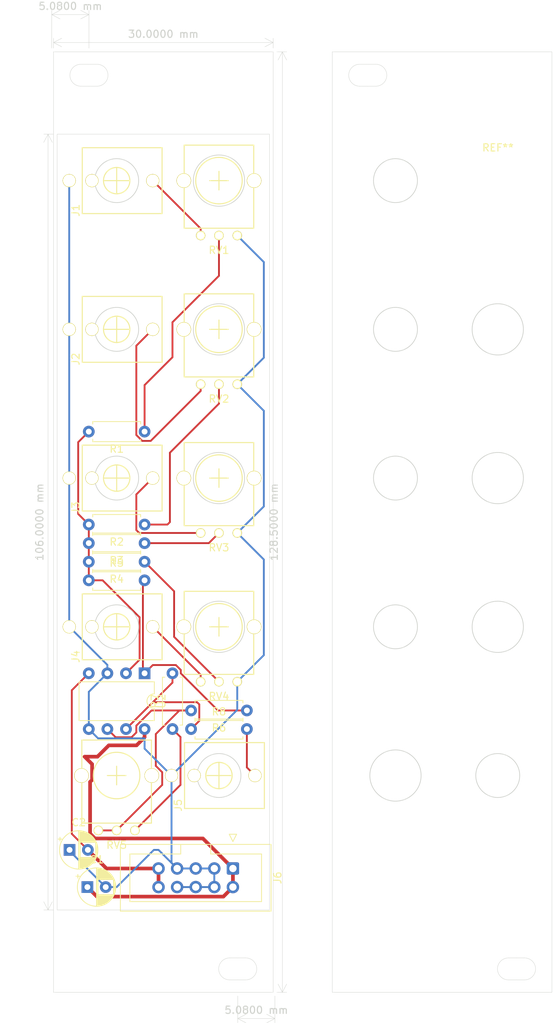
<source format=kicad_pcb>
(kicad_pcb (version 20221018) (generator pcbnew)
  (layers (0 "F.Cu" signal) (31 "B.Cu" signal) (34 "B.Paste" user) (35 "F.Paste" user) (36 "B.SilkS" user "B.Silkscreen") (37 "F.SilkS" user "F.Silkscreen") (38 "B.Mask" user) (39 "F.Mask" user) (44 "Edge.Cuts" user))
  (net 0 "")
  (net 1 "GND")
  (net 2 "Net-(J1-PadT)")
  (net 4 "Net-(J2-PadT)")
  (net 6 "Net-(J3-PadT)")
  (net 8 "Net-(J4-PadT)")
  (net 10 "Net-(J5-PadT)")
  (net 12 "Net-(U2C-V+)")
  (net 13 "Net-(U2C-V-)")
  (net 14 "Net-(R1-Pad1)")
  (net 15 "Net-(U2A--)")
  (net 16 "Net-(R2-Pad1)")
  (net 17 "Net-(R3-Pad1)")
  (net 18 "Net-(R4-Pad1)")
  (net 19 "Net-(R5-Pad2)")
  (net 20 "Net-(U2B--)")
  (net 21 "Net-(R7-Pad1)")
  (net 22 "Net-(R7-Pad2)")
  (footprint "Resistor_THT:R_Axial_DIN0207_L6.3mm_D2.5mm_P7.62mm_Horizontal" (layer "F.Cu") (at 88.9 91.44 180)
    (fp_text reference "R1" (at 3.81 -2.37) (layer "F.SilkS"))
    (fp_text value "100K")
    (pad "1" thru_hole circle (at 0 0 180) (size 1.6 1.6) (drill 0.8) (layers "*.Cu" "*.Mask") (net 14 "Net-(R1-Pad1)"))
    (pad "2" thru_hole oval (at 7.62 0 180) (size 1.6 1.6) (drill 0.8) (layers "*.Cu" "*.Mask") (net 15 "Net-(U2A--)"))
  )
  (footprint "Resistor_THT:R_Axial_DIN0207_L6.3mm_D2.5mm_P7.62mm_Horizontal" (layer "F.Cu") (at 88.9 104.14 180)
    (fp_text reference "R2" (at 3.81 -2.37) (layer "F.SilkS"))
    (fp_text value "100K")
    (pad "1" thru_hole circle (at 0 0 180) (size 1.6 1.6) (drill 0.8) (layers "*.Cu" "*.Mask") (net 16 "Net-(R2-Pad1)"))
    (pad "2" thru_hole oval (at 7.62 0 180) (size 1.6 1.6) (drill 0.8) (layers "*.Cu" "*.Mask") (net 15 "Net-(U2A--)"))
  )
  (footprint "eurocad:Alpha9mmPot" (layer "F.Cu") (at 99.06 97.79)
    (fp_text reference "RV3" (at 0 9.5) (layer "F.SilkS"))
    (fp_text value "10K")
    (pad "" thru_hole circle (at -4.8 0) (size 2 2) (drill 1.8) (layers "*.Cu" "*.Mask" "F.SilkS"))
    (pad "" thru_hole circle (at 4.8 0) (size 2 2) (drill 1.8) (layers "*.Cu" "*.Mask" "F.SilkS"))
    (pad "1" thru_hole circle (at -2.5 7.5) (size 1.3 1.3) (drill 1) (layers "*.Cu" "*.Mask" "F.SilkS") (net 6 "Net-(J3-PadT)"))
    (pad "2" thru_hole circle (at 0 7.5) (size 1.3 1.3) (drill 1) (layers "*.Cu" "*.Mask" "F.SilkS") (net 17 "Net-(R3-Pad1)"))
    (pad "3" thru_hole circle (at 2.5 7.5) (size 1.3 1.3) (drill 1) (layers "*.Cu" "*.Mask" "F.SilkS") (net 1 "GND"))
  )
  (footprint "eurocad:Alpha9mmPot" (layer "F.Cu") (at 99.06 118.11)
    (fp_text reference "RV4" (at 0 9.5) (layer "F.SilkS"))
    (fp_text value "10K")
    (pad "" thru_hole circle (at -4.8 0) (size 2 2) (drill 1.8) (layers "*.Cu" "*.Mask" "F.SilkS"))
    (pad "" thru_hole circle (at 4.8 0) (size 2 2) (drill 1.8) (layers "*.Cu" "*.Mask" "F.SilkS"))
    (pad "1" thru_hole circle (at -2.5 7.5) (size 1.3 1.3) (drill 1) (layers "*.Cu" "*.Mask" "F.SilkS") (net 8 "Net-(J4-PadT)"))
    (pad "2" thru_hole circle (at 0 7.5) (size 1.3 1.3) (drill 1) (layers "*.Cu" "*.Mask" "F.SilkS") (net 18 "Net-(R4-Pad1)"))
    (pad "3" thru_hole circle (at 2.5 7.5) (size 1.3 1.3) (drill 1) (layers "*.Cu" "*.Mask" "F.SilkS") (net 1 "GND"))
  )
  (footprint "Resistor_THT:R_Axial_DIN0207_L6.3mm_D2.5mm_P7.62mm_Horizontal" (layer "F.Cu") (at 95.25 132.08)
    (fp_text reference "R8" (at 3.81 -2.37) (layer "F.SilkS"))
    (fp_text value "1K")
    (pad "1" thru_hole circle (at 0 0) (size 1.6 1.6) (drill 0.8) (layers "*.Cu" "*.Mask") (net 22 "Net-(R7-Pad2)"))
    (pad "2" thru_hole oval (at 7.62 0) (size 1.6 1.6) (drill 0.8) (layers "*.Cu" "*.Mask") (net 10 "Net-(J5-PadT)"))
  )
  (footprint "eurocad:Alpha9mmPot" (layer "F.Cu") (at 99.06 57.15)
    (fp_text reference "RV1" (at 0 9.5) (layer "F.SilkS"))
    (fp_text value "10K")
    (pad "" thru_hole circle (at -4.8 0) (size 2 2) (drill 1.8) (layers "*.Cu" "*.Mask" "F.SilkS"))
    (pad "" thru_hole circle (at 4.8 0) (size 2 2) (drill 1.8) (layers "*.Cu" "*.Mask" "F.SilkS"))
    (pad "1" thru_hole circle (at -2.5 7.5) (size 1.3 1.3) (drill 1) (layers "*.Cu" "*.Mask" "F.SilkS") (net 2 "Net-(J1-PadT)"))
    (pad "2" thru_hole circle (at 0 7.5) (size 1.3 1.3) (drill 1) (layers "*.Cu" "*.Mask" "F.SilkS") (net 14 "Net-(R1-Pad1)"))
    (pad "3" thru_hole circle (at 2.5 7.5) (size 1.3 1.3) (drill 1) (layers "*.Cu" "*.Mask" "F.SilkS") (net 1 "GND"))
  )
  (footprint "Capacitor_THT:CP_Radial_D5.0mm_P2.50mm" (layer "F.Cu") (at 78.653 148.59)
    (fp_text reference "C2" (at 1.25 -3.75) (layer "F.SilkS"))
    (fp_text value "4.7uF")
    (pad "1" thru_hole rect (at 0 0) (size 1.6 1.6) (drill 0.8) (layers "*.Cu" "*.Mask") (net 1 "GND"))
    (pad "2" thru_hole circle (at 2.5 0) (size 1.6 1.6) (drill 0.8) (layers "*.Cu" "*.Mask") (net 13 "Net-(U2C-V-)"))
  )
  (footprint "eurocad:PJ301M-12_T_S" (layer "F.Cu") (at 85.09 57.15 -90)
    (fp_text reference "J1" (at 4.064 5.588 90) (layer "F.SilkS"))
    (fp_text value "AudioJack2_SwitchT")
    (pad "S" thru_hole circle (at 0 6.48 270) (size 1.8 1.8) (drill 1.6) (layers "*.Cu" "*.Mask" "F.SilkS") (net 1 "GND"))
    (pad "T" thru_hole circle (at 0 -4.92 270) (size 1.8 1.8) (drill 1.6) (layers "*.Cu" "*.Mask" "F.SilkS") (net 2 "Net-(J1-PadT)"))
    (pad "TN" thru_hole circle (at 0 3.38 270) (size 1.8 1.8) (drill 1.6) (layers "*.Cu" "*.Mask" "F.SilkS"))
  )
  (footprint "Resistor_THT:R_Axial_DIN0207_L6.3mm_D2.5mm_P7.62mm_Horizontal" (layer "F.Cu") (at 81.28 111.76)
    (fp_text reference "R5" (at 3.81 -2.37) (layer "F.SilkS"))
    (fp_text value "100K")
    (pad "1" thru_hole circle (at 0 0) (size 1.6 1.6) (drill 0.8) (layers "*.Cu" "*.Mask") (net 15 "Net-(U2A--)"))
    (pad "2" thru_hole oval (at 7.62 0) (size 1.6 1.6) (drill 0.8) (layers "*.Cu" "*.Mask") (net 19 "Net-(R5-Pad2)"))
  )
  (footprint "eurocad:PJ301M-12_T_S" (layer "F.Cu") (at 99.06 138.43 -90)
    (fp_text reference "J5" (at 4.064 5.588 90) (layer "F.SilkS"))
    (fp_text value "AudioJack2_SwitchT")
    (pad "S" thru_hole circle (at 0 6.48 270) (size 1.8 1.8) (drill 1.6) (layers "*.Cu" "*.Mask" "F.SilkS") (net 1 "GND"))
    (pad "T" thru_hole circle (at 0 -4.92 270) (size 1.8 1.8) (drill 1.6) (layers "*.Cu" "*.Mask" "F.SilkS") (net 10 "Net-(J5-PadT)"))
    (pad "TN" thru_hole circle (at 0 3.38 270) (size 1.8 1.8) (drill 1.6) (layers "*.Cu" "*.Mask" "F.SilkS"))
  )
  (footprint "eurocad:PJ301M-12_T_S" (layer "F.Cu") (at 85.09 77.47 -90)
    (fp_text reference "J2" (at 4.064 5.588 90) (layer "F.SilkS"))
    (fp_text value "AudioJack2_SwitchT")
    (pad "S" thru_hole circle (at 0 6.48 270) (size 1.8 1.8) (drill 1.6) (layers "*.Cu" "*.Mask" "F.SilkS") (net 1 "GND"))
    (pad "T" thru_hole circle (at 0 -4.92 270) (size 1.8 1.8) (drill 1.6) (layers "*.Cu" "*.Mask" "F.SilkS") (net 4 "Net-(J2-PadT)"))
    (pad "TN" thru_hole circle (at 0 3.38 270) (size 1.8 1.8) (drill 1.6) (layers "*.Cu" "*.Mask" "F.SilkS"))
  )
  (footprint "Resistor_THT:R_Axial_DIN0207_L6.3mm_D2.5mm_P7.62mm_Horizontal" (layer "F.Cu") (at 88.9 109.22 180)
    (fp_text reference "R4" (at 3.81 -2.37) (layer "F.SilkS"))
    (fp_text value "100K")
    (pad "1" thru_hole circle (at 0 0 180) (size 1.6 1.6) (drill 0.8) (layers "*.Cu" "*.Mask") (net 18 "Net-(R4-Pad1)"))
    (pad "2" thru_hole oval (at 7.62 0 180) (size 1.6 1.6) (drill 0.8) (layers "*.Cu" "*.Mask") (net 15 "Net-(U2A--)"))
  )
  (footprint "eurocad:Alpha9mmPot" (layer "F.Cu") (at 99.06 77.47)
    (fp_text reference "RV2" (at 0 9.5) (layer "F.SilkS"))
    (fp_text value "10K")
    (pad "" thru_hole circle (at -4.8 0) (size 2 2) (drill 1.8) (layers "*.Cu" "*.Mask" "F.SilkS"))
    (pad "" thru_hole circle (at 4.8 0) (size 2 2) (drill 1.8) (layers "*.Cu" "*.Mask" "F.SilkS"))
    (pad "1" thru_hole circle (at -2.5 7.5) (size 1.3 1.3) (drill 1) (layers "*.Cu" "*.Mask" "F.SilkS") (net 4 "Net-(J2-PadT)"))
    (pad "2" thru_hole circle (at 0 7.5) (size 1.3 1.3) (drill 1) (layers "*.Cu" "*.Mask" "F.SilkS") (net 16 "Net-(R2-Pad1)"))
    (pad "3" thru_hole circle (at 2.5 7.5) (size 1.3 1.3) (drill 1) (layers "*.Cu" "*.Mask" "F.SilkS") (net 1 "GND"))
  )
  (footprint "Resistor_THT:R_Axial_DIN0207_L6.3mm_D2.5mm_P7.62mm_Horizontal" (layer "F.Cu") (at 92.71 132.08 90)
    (fp_text reference "R7" (at 3.81 -2.37 90) (layer "F.SilkS"))
    (fp_text value "4.7K")
    (pad "1" thru_hole circle (at 0 0 90) (size 1.6 1.6) (drill 0.8) (layers "*.Cu" "*.Mask") (net 21 "Net-(R7-Pad1)"))
    (pad "2" thru_hole oval (at 7.62 0 90) (size 1.6 1.6) (drill 0.8) (layers "*.Cu" "*.Mask") (net 22 "Net-(R7-Pad2)"))
  )
  (footprint "Resistor_THT:R_Axial_DIN0207_L6.3mm_D2.5mm_P7.62mm_Horizontal" (layer "F.Cu") (at 88.9 106.68 180)
    (fp_text reference "R3" (at 3.81 -2.37) (layer "F.SilkS"))
    (fp_text value "100K")
    (pad "1" thru_hole circle (at 0 0 180) (size 1.6 1.6) (drill 0.8) (layers "*.Cu" "*.Mask") (net 17 "Net-(R3-Pad1)"))
    (pad "2" thru_hole oval (at 7.62 0 180) (size 1.6 1.6) (drill 0.8) (layers "*.Cu" "*.Mask") (net 15 "Net-(U2A--)"))
  )
  (footprint "eurocad:Alpha9mmPot" (layer "F.Cu") (at 85.082966 138.43)
    (fp_text reference "RV5" (at 0 9.5) (layer "F.SilkS"))
    (fp_text value "100K")
    (pad "" thru_hole circle (at -4.8 0) (size 2 2) (drill 1.8) (layers "*.Cu" "*.Mask" "F.SilkS"))
    (pad "" thru_hole circle (at 4.8 0) (size 2 2) (drill 1.8) (layers "*.Cu" "*.Mask" "F.SilkS"))
    (pad "1" thru_hole circle (at -2.5 7.5) (size 1.3 1.3) (drill 1) (layers "*.Cu" "*.Mask" "F.SilkS") (net 20 "Net-(U2B--)"))
    (pad "2" thru_hole circle (at 0 7.5) (size 1.3 1.3) (drill 1) (layers "*.Cu" "*.Mask" "F.SilkS") (net 20 "Net-(U2B--)"))
    (pad "3" thru_hole circle (at 2.5 7.5) (size 1.3 1.3) (drill 1) (layers "*.Cu" "*.Mask" "F.SilkS") (net 21 "Net-(R7-Pad1)"))
  )
  (footprint "Connector_IDC:IDC-Header_2x05_P2.54mm_Vertical" (layer "F.Cu") (at 100.965 151.13 -90)
    (fp_text reference "J6" (at 1.27 -6.1 90) (layer "F.SilkS"))
    (fp_text value "EURO_PWR_2x5")
    (pad "1" thru_hole roundrect (at 0 0 270) (size 1.7 1.7) (drill 1) (layers "*.Cu" "*.Mask") (roundrect_rratio 0.1470588235) (net 12 "Net-(U2C-V+)"))
    (pad "2" thru_hole circle (at 2.54 0 270) (size 1.7 1.7) (drill 1) (layers "*.Cu" "*.Mask") (net 12 "Net-(U2C-V+)"))
    (pad "3" thru_hole circle (at 0 2.54 270) (size 1.7 1.7) (drill 1) (layers "*.Cu" "*.Mask") (net 1 "GND"))
    (pad "4" thru_hole circle (at 2.54 2.54 270) (size 1.7 1.7) (drill 1) (layers "*.Cu" "*.Mask") (net 1 "GND"))
    (pad "5" thru_hole circle (at 0 5.08 270) (size 1.7 1.7) (drill 1) (layers "*.Cu" "*.Mask") (net 1 "GND"))
    (pad "6" thru_hole circle (at 2.54 5.08 270) (size 1.7 1.7) (drill 1) (layers "*.Cu" "*.Mask") (net 1 "GND"))
    (pad "7" thru_hole circle (at 0 7.62 270) (size 1.7 1.7) (drill 1) (layers "*.Cu" "*.Mask") (net 1 "GND"))
    (pad "8" thru_hole circle (at 2.54 7.62 270) (size 1.7 1.7) (drill 1) (layers "*.Cu" "*.Mask") (net 1 "GND"))
    (pad "9" thru_hole circle (at 0 10.16 270) (size 1.7 1.7) (drill 1) (layers "*.Cu" "*.Mask") (net 13 "Net-(U2C-V-)"))
    (pad "10" thru_hole circle (at 2.54 10.16 270) (size 1.7 1.7) (drill 1) (layers "*.Cu" "*.Mask") (net 13 "Net-(U2C-V-)"))
  )
  (footprint "MountingHole:MountingHole_3.5mm" (layer "F.Cu") (at 137.16 57.15)
    (fp_text reference "REF**" (at 0 -4.5) (layer "F.SilkS"))
    (fp_text value "IN 1")
    (pad "" np_thru_hole circle (at 0 0) (size 3.5 3.5) (drill 3.5) (layers "F&B.Cu" "*.Mask"))
  )
  (footprint "Capacitor_THT:CP_Radial_D5.0mm_P2.50mm" (layer "F.Cu") (at 81.090888 153.67)
    (fp_text reference "C1" (at 1.25 -3.75) (layer "F.SilkS"))
    (fp_text value "4.7uF")
    (pad "1" thru_hole rect (at 0 0) (size 1.6 1.6) (drill 0.8) (layers "*.Cu" "*.Mask") (net 12 "Net-(U2C-V+)"))
    (pad "2" thru_hole circle (at 2.5 0) (size 1.6 1.6) (drill 0.8) (layers "*.Cu" "*.Mask") (net 1 "GND"))
  )
  (footprint "eurocad:PJ301M-12_T_S" (layer "F.Cu") (at 85.09 97.79 -90)
    (fp_text reference "J3" (at 4.064 5.588 90) (layer "F.SilkS"))
    (fp_text value "AudioJack2_SwitchT")
    (pad "S" thru_hole circle (at 0 6.48 270) (size 1.8 1.8) (drill 1.6) (layers "*.Cu" "*.Mask" "F.SilkS") (net 1 "GND"))
    (pad "T" thru_hole circle (at 0 -4.92 270) (size 1.8 1.8) (drill 1.6) (layers "*.Cu" "*.Mask" "F.SilkS") (net 6 "Net-(J3-PadT)"))
    (pad "TN" thru_hole circle (at 0 3.38 270) (size 1.8 1.8) (drill 1.6) (layers "*.Cu" "*.Mask" "F.SilkS"))
  )
  (footprint "Resistor_THT:R_Axial_DIN0207_L6.3mm_D2.5mm_P7.62mm_Horizontal" (layer "F.Cu") (at 102.87 129.54 180)
    (fp_text reference "R6" (at 3.81 -2.37) (layer "F.SilkS"))
    (fp_text value "22K")
    (pad "1" thru_hole circle (at 0 0 180) (size 1.6 1.6) (drill 0.8) (layers "*.Cu" "*.Mask") (net 19 "Net-(R5-Pad2)"))
    (pad "2" thru_hole oval (at 7.62 0 180) (size 1.6 1.6) (drill 0.8) (layers "*.Cu" "*.Mask") (net 20 "Net-(U2B--)"))
  )
  (footprint "eurocad:PJ301M-12_T_S" (layer "F.Cu") (at 85.09 118.11 -90)
    (fp_text reference "J4" (at 4.064 5.588 90) (layer "F.SilkS"))
    (fp_text value "AudioJack2_SwitchT")
    (pad "S" thru_hole circle (at 0 6.48 270) (size 1.8 1.8) (drill 1.6) (layers "*.Cu" "*.Mask" "F.SilkS") (net 1 "GND"))
    (pad "T" thru_hole circle (at 0 -4.92 270) (size 1.8 1.8) (drill 1.6) (layers "*.Cu" "*.Mask" "F.SilkS") (net 8 "Net-(J4-PadT)"))
    (pad "TN" thru_hole circle (at 0 3.38 270) (size 1.8 1.8) (drill 1.6) (layers "*.Cu" "*.Mask" "F.SilkS"))
  )
  (footprint "Package_DIP:DIP-8_W7.62mm" (layer "F.Cu") (at 88.9 124.46 -90)
    (fp_text reference "U2" (at 3.81 -2.33 90) (layer "F.SilkS"))
    (fp_text value "TL072")
    (pad "1" thru_hole rect (at 0 0 270) (size 1.6 1.6) (drill 0.8) (layers "*.Cu" "*.Mask") (net 19 "Net-(R5-Pad2)"))
    (pad "2" thru_hole oval (at 0 2.54 270) (size 1.6 1.6) (drill 0.8) (layers "*.Cu" "*.Mask") (net 15 "Net-(U2A--)"))
    (pad "3" thru_hole oval (at 0 5.08 270) (size 1.6 1.6) (drill 0.8) (layers "*.Cu" "*.Mask") (net 1 "GND"))
    (pad "4" thru_hole oval (at 0 7.62 270) (size 1.6 1.6) (drill 0.8) (layers "*.Cu" "*.Mask") (net 13 "Net-(U2C-V-)"))
    (pad "5" thru_hole oval (at 7.62 7.62 270) (size 1.6 1.6) (drill 0.8) (layers "*.Cu" "*.Mask") (net 1 "GND"))
    (pad "6" thru_hole oval (at 7.62 5.08 270) (size 1.6 1.6) (drill 0.8) (layers "*.Cu" "*.Mask") (net 20 "Net-(U2B--)"))
    (pad "7" thru_hole oval (at 7.62 2.54 270) (size 1.6 1.6) (drill 0.8) (layers "*.Cu" "*.Mask") (net 22 "Net-(R7-Pad2)"))
    (pad "8" thru_hole oval (at 7.62 0 270) (size 1.6 1.6) (drill 0.8) (layers "*.Cu" "*.Mask") (net 12 "Net-(U2C-V+)"))
  )
  (gr_circle (center 123.168 138.43) (end 126.668 138.43) (stroke (width 0.1)) (fill none) (layer "Edge.Cuts"))
  (gr_line (start 118.28 44.25) (end 119.38 44.25) (stroke (width 0.05)) (layer "Edge.Cuts"))
  (gr_circle (center 85.09 77.47) (end 88.09 77.47) (stroke (width 0.1)) (fill none) (layer "Edge.Cuts"))
  (gr_rect (start 76.462 39.55) (end 106.462 168.05) (stroke (width 0.05)) (fill none) (layer "Edge.Cuts"))
  (gr_arc (start 102.722 163.35) (mid 104.222 164.85) (end 102.722 166.35) (stroke (width 0.05)) (layer "Edge.Cuts"))
  (gr_circle (center 99.06 57.15) (end 102.56 57.15) (stroke (width 0.1)) (fill none) (layer "Edge.Cuts"))
  (gr_arc (start 82.402 41.25) (mid 83.902 42.75) (end 82.402 44.25) (stroke (width 0.05)) (layer "Edge.Cuts"))
  (gr_rect (start 114.54 39.55) (end 144.54 168.05) (stroke (width 0.05)) (fill none) (layer "Edge.Cuts"))
  (gr_line (start 100.522 163.35) (end 101.622 163.35) (stroke (width 0.05)) (layer "Edge.Cuts"))
  (gr_line (start 102.722 166.35) (end 101.622 166.35) (stroke (width 0.05)) (layer "Edge.Cuts"))
  (gr_line (start 138.6 163.35) (end 139.7 163.35) (stroke (width 0.05)) (layer "Edge.Cuts"))
  (gr_arc (start 80.202 44.25) (mid 78.702 42.75) (end 80.202 41.25) (stroke (width 0.05)) (layer "Edge.Cuts"))
  (gr_arc (start 140.8 163.35) (mid 142.3 164.85) (end 140.8 166.35) (stroke (width 0.05)) (layer "Edge.Cuts"))
  (gr_line (start 140.8 163.35) (end 139.7 163.35) (stroke (width 0.05)) (layer "Edge.Cuts"))
  (gr_rect (start 76.962 50.8) (end 105.962 156.8) (stroke (width 0.05)) (fill none) (layer "Edge.Cuts"))
  (gr_circle (center 123.168 77.47) (end 126.168 77.47) (stroke (width 0.1)) (fill none) (layer "Edge.Cuts"))
  (gr_line (start 102.722 163.35) (end 101.622 163.35) (stroke (width 0.05)) (layer "Edge.Cuts"))
  (gr_circle (center 137.138 118.11) (end 140.638 118.11) (stroke (width 0.1)) (fill none) (layer "Edge.Cuts"))
  (gr_line (start 80.202 44.25) (end 81.302 44.25) (stroke (width 0.05)) (layer "Edge.Cuts"))
  (gr_circle (center 99.06 138.43) (end 102.06 138.43) (stroke (width 0.1)) (fill none) (layer "Edge.Cuts"))
  (gr_circle (center 85.09 57.15) (end 88.09 57.15) (stroke (width 0.1)) (fill none) (layer "Edge.Cuts"))
  (gr_circle (center 137.138 77.47) (end 140.638 77.47) (stroke (width 0.1)) (fill none) (layer "Edge.Cuts"))
  (gr_arc (start 138.6 166.35) (mid 137.1 164.85) (end 138.6 163.35) (stroke (width 0.05)) (layer "Edge.Cuts"))
  (gr_line (start 82.402 41.25) (end 81.302 41.25) (stroke (width 0.05)) (layer "Edge.Cuts"))
  (gr_circle (center 85.09 97.79) (end 88.09 97.79) (stroke (width 0.1)) (fill none) (layer "Edge.Cuts"))
  (gr_line (start 120.48 41.25) (end 119.38 41.25) (stroke (width 0.05)) (layer "Edge.Cuts"))
  (gr_circle (center 123.168 57.15) (end 126.168 57.15) (stroke (width 0.1)) (fill none) (layer "Edge.Cuts"))
  (gr_line (start 80.202 41.25) (end 81.302 41.25) (stroke (width 0.05)) (layer "Edge.Cuts"))
  (gr_arc (start 120.48 41.25) (mid 121.98 42.75) (end 120.48 44.25) (stroke (width 0.05)) (layer "Edge.Cuts"))
  (gr_arc (start 100.522 166.35) (mid 99.022 164.85) (end 100.522 163.35) (stroke (width 0.05)) (layer "Edge.Cuts"))
  (gr_line (start 120.48 44.25) (end 119.38 44.25) (stroke (width 0.05)) (layer "Edge.Cuts"))
  (gr_line (start 100.522 166.35) (end 101.622 166.35) (stroke (width 0.05)) (layer "Edge.Cuts"))
  (gr_line (start 118.28 41.25) (end 119.38 41.25) (stroke (width 0.05)) (layer "Edge.Cuts"))
  (gr_circle (center 137.138 97.79) (end 140.638 97.79) (stroke (width 0.1)) (fill none) (layer "Edge.Cuts"))
  (gr_circle (center 137.138 138.43) (end 140.138 138.43) (stroke (width 0.1)) (fill none) (layer "Edge.Cuts"))
  (gr_circle (center 99.06 97.79) (end 102.56 97.79) (stroke (width 0.1)) (fill none) (layer "Edge.Cuts"))
  (gr_circle (center 123.168 97.79) (end 126.168 97.79) (stroke (width 0.1)) (fill none) (layer "Edge.Cuts"))
  (gr_circle (center 85.09 118.11) (end 88.09 118.11) (stroke (width 0.1)) (fill none) (layer "Edge.Cuts"))
  (gr_circle (center 99.06 118.11) (end 102.56 118.11) (stroke (width 0.1)) (fill none) (layer "Edge.Cuts"))
  (gr_arc (start 118.28 44.25) (mid 116.78 42.75) (end 118.28 41.25) (stroke (width 0.05)) (layer "Edge.Cuts"))
  (gr_circle (center 123.168 118.11) (end 126.168 118.11) (stroke (width 0.1)) (fill none) (layer "Edge.Cuts"))
  (gr_line (start 82.402 44.25) (end 81.302 44.25) (stroke (width 0.05)) (layer "Edge.Cuts"))
  (gr_line (start 140.8 166.35) (end 139.7 166.35) (stroke (width 0.05)) (layer "Edge.Cuts"))
  (gr_line (start 138.6 166.35) (end 139.7 166.35) (stroke (width 0.05)) (layer "Edge.Cuts"))
  (gr_circle (center 99.06 77.47) (end 102.56 77.47) (stroke (width 0.1)) (fill none) (layer "Edge.Cuts"))
  (dimension (type aligned) (layer "Edge.Cuts") (pts (xy 106.462 39.55) (xy 106.462 168.05)) (height -1.256) (gr_text "128.5000 mm" (at 106.568 103.8 90) (layer "Edge.Cuts") (effects (font (size 1 1) (thickness 0.15)))) (format (prefix "") (suffix "") (units 3) (units_format 1) (precision 4)) (style (thickness 0.05) (arrow_length 1.27) (text_position_mode 0) (extension_height 0.58642) (extension_offset 0.5) keep_text_aligned))
  (dimension (type aligned) (layer "Edge.Cuts") (pts (xy 76.462 39.55) (xy 106.462 39.55)) (height -1.27) (gr_text "30.0000 mm" (at 91.462 37.13) (layer "Edge.Cuts") (effects (font (size 1 1) (thickness 0.15)))) (format (prefix "") (suffix "") (units 3) (units_format 1) (precision 4)) (style (thickness 0.05) (arrow_length 1.27) (text_position_mode 0) (extension_height 0.58642) (extension_offset 0.5) keep_text_aligned))
  (dimension (type aligned) (layer "Edge.Cuts") (pts (xy 76.222 39.55) (xy 81.302 39.55)) (height -5.08) (gr_text "5.0800 mm" (at 78.762 33.32) (layer "Edge.Cuts") (effects (font (size 1 1) (thickness 0.15)))) (format (prefix "") (suffix "") (units 3) (units_format 1) (precision 4)) (style (thickness 0.05) (arrow_length 1.27) (text_position_mode 0) (extension_height 0.58642) (extension_offset 0.5) keep_text_aligned))
  (dimension (type aligned) (layer "Edge.Cuts") (pts (xy 106.702 168.05) (xy 101.622 168.05)) (height -3.58) (gr_text "5.0800 mm" (at 104.162 170.48) (layer "Edge.Cuts") (effects (font (size 1 1) (thickness 0.15)))) (format (prefix "") (suffix "") (units 3) (units_format 1) (precision 4)) (style (thickness 0.05) (arrow_length 1.27) (text_position_mode 0) (extension_height 0.58642) (extension_offset 0.5) keep_text_aligned))
  (dimension (type aligned) (layer "Edge.Cuts") (pts (xy 76.962 156.8) (xy 76.962 50.8)) (height -1.248) (gr_text "106.0000 mm" (at 74.564 103.8 90) (layer "Edge.Cuts") (effects (font (size 1 1) (thickness 0.15)))) (format (prefix "") (suffix "") (units 3) (units_format 1) (precision 4)) (style (thickness 0.05) (arrow_length 1.27) (text_position_mode 0) (extension_height 0.58642) (extension_offset 0.5) keep_text_aligned))
  (segment (start 81.28 127) (end 83.82 124.46) (width 0.25) (layer "B.Cu") (net 1))
  (segment (start 88.9 134.75) (end 92.58 138.43) (width 0.25) (layer "B.Cu") (net 1))
  (segment (start 78.653 148.59) (end 78.653 148.732112) (width 0.25) (layer "B.Cu") (net 1))
  (segment (start 95.885 153.67) (end 93.345 153.67) (width 0.25) (layer "B.Cu") (net 1))
  (segment (start 81.28 132.08) (end 81.28 127) (width 0.25) (layer "B.Cu") (net 1))
  (segment (start 101.56 105.29) (end 105.185 108.915) (width 0.25) (layer "B.Cu") (net 1))
  (segment (start 101.56 64.65) (end 105.185 68.275) (width 0.25) (layer "B.Cu") (net 1))
  (segment (start 101.56 84.97) (end 105.185 88.595) (width 0.25) (layer "B.Cu") (net 1))
  (segment (start 78.61 77.47) (end 78.61 57.15) (width 0.25) (layer "B.Cu") (net 1))
  (segment (start 90.17 148.59) (end 90.805 148.59) (width 0.25) (layer "B.Cu") (net 1))
  (segment (start 81.28 132.08) (end 82.55 133.35) (width 0.25) (layer "B.Cu") (net 1))
  (segment (start 78.653 148.732112) (end 83.590888 153.67) (width 0.25) (layer "B.Cu") (net 1))
  (segment (start 93.345 151.13) (end 95.885 151.13) (width 0.25) (layer "B.Cu") (net 1))
  (segment (start 92.58 138.43) (end 92.58 150.365) (width 0.25) (layer "B.Cu") (net 1))
  (segment (start 78.61 97.79) (end 78.61 77.47) (width 0.25) (layer "B.Cu") (net 1))
  (segment (start 78.61 118.11) (end 78.61 97.79) (width 0.25) (layer "B.Cu") (net 1))
  (segment (start 92.58 150.365) (end 93.345 151.13) (width 0.25) (layer "B.Cu") (net 1))
  (segment (start 101.56 129.45) (end 101.56 125.61) (width 0.25) (layer "B.Cu") (net 1))
  (segment (start 90.805 148.59) (end 93.345 151.13) (width 0.25) (layer "B.Cu") (net 1))
  (segment (start 105.185 101.665) (end 101.56 105.29) (width 0.25) (layer "B.Cu") (net 1))
  (segment (start 83.82 124.46) (end 83.82 123.32) (width 0.25) (layer "B.Cu") (net 1))
  (segment (start 83.82 123.32) (end 78.61 118.11) (width 0.25) (layer "B.Cu") (net 1))
  (segment (start 105.185 121.985) (end 101.56 125.61) (width 0.25) (layer "B.Cu") (net 1))
  (segment (start 105.185 68.275) (end 105.185 81.345) (width 0.25) (layer "B.Cu") (net 1))
  (segment (start 98.425 151.13) (end 98.425 153.67) (width 0.25) (layer "B.Cu") (net 1))
  (segment (start 85.09 153.67) (end 90.17 148.59) (width 0.25) (layer "B.Cu") (net 1))
  (segment (start 82.55 133.35) (end 88.9 133.35) (width 0.25) (layer "B.Cu") (net 1))
  (segment (start 88.9 133.35) (end 88.9 134.75) (width 0.25) (layer "B.Cu") (net 1))
  (segment (start 92.58 138.43) (end 101.56 129.45) (width 0.25) (layer "B.Cu") (net 1))
  (segment (start 95.885 151.13) (end 98.425 151.13) (width 0.25) (layer "B.Cu") (net 1))
  (segment (start 105.185 108.915) (end 105.185 121.985) (width 0.25) (layer "B.Cu") (net 1))
  (segment (start 98.425 153.67) (end 95.885 153.67) (width 0.25) (layer "B.Cu") (net 1))
  (segment (start 105.185 88.595) (end 105.185 101.665) (width 0.25) (layer "B.Cu") (net 1))
  (segment (start 105.185 81.345) (end 101.56 84.97) (width 0.25) (layer "B.Cu") (net 1))
  (segment (start 83.590888 153.67) (end 85.09 153.67) (width 0.25) (layer "B.Cu") (net 1))
  (segment (start 96.56 63.7) (end 96.56 64.65) (width 0.25) (layer "F.Cu") (net 2))
  (segment (start 90.01 57.15) (end 96.56 63.7) (width 0.25) (layer "F.Cu") (net 2))
  (segment (start 96.56 85.889238) (end 96.56 84.97) (width 0.25) (layer "F.Cu") (net 4))
  (segment (start 89.739238 92.71) (end 96.56 85.889238) (width 0.25) (layer "F.Cu") (net 4))
  (segment (start 90.01 77.47) (end 87.775 79.705) (width 0.25) (layer "F.Cu") (net 4))
  (segment (start 87.775 79.705) (end 87.775 91.905991) (width 0.25) (layer "F.Cu") (net 4))
  (segment (start 88.579009 92.71) (end 89.739238 92.71) (width 0.25) (layer "F.Cu") (net 4))
  (segment (start 87.775 91.905991) (end 88.579009 92.71) (width 0.25) (layer "F.Cu") (net 4))
  (segment (start 88.169009 105.29) (end 96.56 105.29) (width 0.25) (layer "F.Cu") (net 6))
  (segment (start 87.775 104.895991) (end 88.169009 105.29) (width 0.25) (layer "F.Cu") (net 6))
  (segment (start 87.775 100.025) (end 87.775 104.895991) (width 0.25) (layer "F.Cu") (net 6))
  (segment (start 90.01 97.79) (end 87.775 100.025) (width 0.25) (layer "F.Cu") (net 6))
  (segment (start 96.56 125.61) (end 96.56 124.66) (width 0.25) (layer "F.Cu") (net 8))
  (segment (start 96.56 124.66) (end 90.01 118.11) (width 0.25) (layer "F.Cu") (net 8))
  (segment (start 102.87 137.32) (end 103.98 138.43) (width 0.25) (layer "F.Cu") (net 10))
  (segment (start 102.87 132.08) (end 102.87 137.32) (width 0.25) (layer "F.Cu") (net 10))
  (segment (start 81.090888 153.67) (end 82.390888 154.97) (width 0.5) (layer "F.Cu") (net 12))
  (segment (start 82.127331 147.03) (end 81.459062 146.361731) (width 0.5) (layer "F.Cu") (net 12))
  (segment (start 100.965 151.13) (end 100.965 153.67) (width 0.5) (layer "F.Cu") (net 12))
  (segment (start 96.865 147.03) (end 82.127331 147.03) (width 0.5) (layer "F.Cu") (net 12))
  (segment (start 87.802875 134.308495) (end 88.9 133.21137) (width 0.5) (layer "F.Cu") (net 12))
  (segment (start 81.459062 146.361731) (end 81.459062 139.304514) (width 0.5) (layer "F.Cu") (net 12))
  (segment (start 82.390888 154.97) (end 99.665 154.97) (width 0.5) (layer "F.Cu") (net 12))
  (segment (start 99.665 154.97) (end 100.965 153.67) (width 0.5) (layer "F.Cu") (net 12))
  (segment (start 82.467013 135.853377) (end 84.011895 134.308495) (width 0.5) (layer "F.Cu") (net 12))
  (segment (start 88.9 133.21137) (end 88.9 132.08) (width 0.5) (layer "F.Cu") (net 12))
  (segment (start 81.732966 139.03061) (end 81.732966 136.874876) (width 0.5) (layer "F.Cu") (net 12))
  (segment (start 81.732966 136.874876) (end 80.711467 135.853377) (width 0.5) (layer "F.Cu") (net 12))
  (segment (start 100.965 151.13) (end 96.865 147.03) (width 0.5) (layer "F.Cu") (net 12))
  (segment (start 88.9 132.08) (end 89.020159 131.959841) (width 0.25) (layer "F.Cu") (net 12))
  (segment (start 84.011895 134.308495) (end 87.802875 134.308495) (width 0.5) (layer "F.Cu") (net 12))
  (segment (start 80.711467 135.853377) (end 82.467013 135.853377) (width 0.5) (layer "F.Cu") (net 12))
  (segment (start 81.459062 139.304514) (end 81.732966 139.03061) (width 0.5) (layer "F.Cu") (net 12))
  (segment (start 89.020159 131.959841) (end 89.020159 131.88425) (width 0.25) (layer "F.Cu") (net 12))
  (segment (start 90.805 151.13) (end 83.693 151.13) (width 0.5) (layer "F.Cu") (net 13))
  (segment (start 90.805 151.13) (end 90.805 153.67) (width 0.5) (layer "F.Cu") (net 13))
  (segment (start 81.28 124.46) (end 78.957966 126.782034) (width 0.25) (layer "F.Cu") (net 13))
  (segment (start 78.957966 146.394966) (end 81.153 148.59) (width 0.25) (layer "F.Cu") (net 13))
  (segment (start 83.693 151.13) (end 81.153 148.59) (width 0.5) (layer "F.Cu") (net 13))
  (segment (start 78.957966 126.782034) (end 78.957966 146.394966) (width 0.25) (layer "F.Cu") (net 13))
  (segment (start 92.71 76.502412) (end 92.71 81.28) (width 0.25) (layer "F.Cu") (net 14))
  (segment (start 88.9 85.09) (end 88.9 91.44) (width 0.25) (layer "F.Cu") (net 14))
  (segment (start 99.06 70.152412) (end 92.71 76.502412) (width 0.25) (layer "F.Cu") (net 14))
  (segment (start 92.71 81.28) (end 88.9 85.09) (width 0.25) (layer "F.Cu") (net 14))
  (segment (start 99.06 64.65) (end 99.06 70.152412) (width 0.25) (layer "F.Cu") (net 14))
  (segment (start 79.835 102.695) (end 81.28 104.14) (width 0.25) (layer "F.Cu") (net 15))
  (segment (start 83.16852 111.76) (end 88.220769 116.812249) (width 0.25) (layer "F.Cu") (net 15))
  (segment (start 88.220769 116.812249) (end 88.220769 122.599231) (width 0.25) (layer "F.Cu") (net 15))
  (segment (start 88.220769 122.599231) (end 86.36 124.46) (width 0.25) (layer "F.Cu") (net 15))
  (segment (start 81.28 109.22) (end 81.28 111.76) (width 0.25) (layer "F.Cu") (net 15))
  (segment (start 81.28 106.68) (end 81.28 109.22) (width 0.25) (layer "F.Cu") (net 15))
  (segment (start 79.835 92.885) (end 79.835 102.695) (width 0.25) (layer "F.Cu") (net 15))
  (segment (start 81.28 111.76) (end 83.16852 111.76) (width 0.25) (layer "F.Cu") (net 15))
  (segment (start 81.28 91.44) (end 79.835 92.885) (width 0.25) (layer "F.Cu") (net 15))
  (segment (start 81.28 104.14) (end 81.28 106.68) (width 0.25) (layer "F.Cu") (net 15))
  (segment (start 99.06 87.622474) (end 92.358885 94.323589) (width 0.25) (layer "F.Cu") (net 16))
  (segment (start 92.358885 103.803185) (end 92.02207 104.14) (width 0.25) (layer "F.Cu") (net 16))
  (segment (start 92.358885 94.323589) (end 92.358885 103.803185) (width 0.25) (layer "F.Cu") (net 16))
  (segment (start 99.06 84.97) (end 99.06 87.622474) (width 0.25) (layer "F.Cu") (net 16))
  (segment (start 92.02207 104.14) (end 88.9 104.14) (width 0.25) (layer "F.Cu") (net 16))
  (segment (start 97.67 106.68) (end 99.06 105.29) (width 0.25) (layer "F.Cu") (net 17))
  (segment (start 88.9 106.68) (end 97.67 106.68) (width 0.25) (layer "F.Cu") (net 17))
  (segment (start 92.935 113.255) (end 92.935 119.485) (width 0.25) (layer "F.Cu") (net 18))
  (segment (start 88.9 109.22) (end 92.935 113.255) (width 0.25) (layer "F.Cu") (net 18))
  (segment (start 92.935 119.485) (end 99.06 125.61) (width 0.25) (layer "F.Cu") (net 18))
  (segment (start 93.175991 123.335) (end 93.842911 124.00192) (width 0.25) (layer "F.Cu") (net 19))
  (segment (start 93.842911 124.00192) (end 93.842911 124.46) (width 0.25) (layer "F.Cu") (net 19))
  (segment (start 88.9 111.76) (end 88.670769 111.989231) (width 0.25) (layer "F.Cu") (net 19))
  (segment (start 88.9 124.46) (end 90.025 123.335) (width 0.25) (layer "F.Cu") (net 19))
  (segment (start 88.670769 124.230769) (end 88.9 124.46) (width 0.25) (layer "F.Cu") (net 19))
  (segment (start 88.670769 111.989231) (end 88.670769 124.230769) (width 0.25) (layer "F.Cu") (net 19))
  (segment (start 90.025 123.335) (end 93.175991 123.335) (width 0.25) (layer "F.Cu") (net 19))
  (segment (start 93.842911 124.46) (end 98.922911 129.54) (width 0.25) (layer "F.Cu") (net 19))
  (segment (start 98.922911 129.54) (end 102.87 129.54) (width 0.25) (layer "F.Cu") (net 19))
  (segment (start 85.082966 145.93) (end 82.582966 145.93) (width 0.25) (layer "F.Cu") (net 20))
  (segment (start 89.849009 129.54) (end 95.25 129.54) (width 0.25) (layer "F.Cu") (net 20))
  (segment (start 83.82 132.08) (end 84.945 133.205) (width 0.25) (layer "F.Cu") (net 20))
  (segment (start 87.775 132.545991) (end 87.775 131.614009) (width 0.25) (layer "F.Cu") (net 20))
  (segment (start 87.775 131.614009) (end 89.849009 129.54) (width 0.25) (layer "F.Cu") (net 20))
  (segment (start 90.431799 132.76721) (end 90.431799 137.105) (width 0.25) (layer "F.Cu") (net 20))
  (segment (start 84.945 133.205) (end 87.115991 133.205) (width 0.25) (layer "F.Cu") (net 20))
  (segment (start 91.310719 139.702247) (end 85.082966 145.93) (width 0.25) (layer "F.Cu") (net 20))
  (segment (start 90.431799 137.105) (end 91.310719 137.98392) (width 0.25) (layer "F.Cu") (net 20))
  (segment (start 93.659009 129.54) (end 90.431799 132.76721) (width 0.25) (layer "F.Cu") (net 20))
  (segment (start 91.310719 137.98392) (end 91.310719 139.702247) (width 0.25) (layer "F.Cu") (net 20))
  (segment (start 87.115991 133.205) (end 87.775 132.545991) (width 0.25) (layer "F.Cu") (net 20))
  (segment (start 95.25 129.54) (end 93.659009 129.54) (width 0.25) (layer "F.Cu") (net 20))
  (segment (start 93.805 133.175) (end 92.71 132.08) (width 0.25) (layer "F.Cu") (net 21))
  (segment (start 93.805 139.707966) (end 93.805 133.175) (width 0.25) (layer "F.Cu") (net 21))
  (segment (start 87.582966 145.93) (end 93.805 139.707966) (width 0.25) (layer "F.Cu") (net 21))
  (segment (start 90.025 128.415) (end 96.072793 128.415) (width 0.25) (layer "F.Cu") (net 22))
  (segment (start 92.71 124.46) (end 92.71 125.73) (width 0.25) (layer "F.Cu") (net 22))
  (segment (start 96.375 128.717207) (end 96.375 130.955) (width 0.25) (layer "F.Cu") (net 22))
  (segment (start 92.71 125.73) (end 89.641787 128.798213) (width 0.25) (layer "F.Cu") (net 22))
  (segment (start 96.375 130.955) (end 95.25 132.08) (width 0.25) (layer "F.Cu") (net 22))
  (segment (start 86.36 132.08) (end 89.641787 128.798213) (width 0.25) (layer "F.Cu") (net 22))
  (segment (start 96.072793 128.415) (end 96.375 128.717207) (width 0.25) (layer "F.Cu") (net 22))
  (segment (start 89.641787 128.798213) (end 90.025 128.415) (width 0.25) (layer "F.Cu") (net 22))
)
</source>
